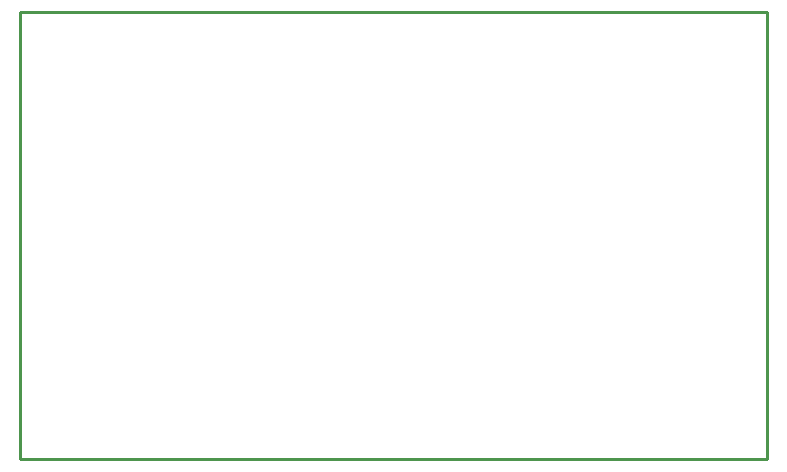
<source format=gbr>
G04 EAGLE Gerber RS-274X export*
G75*
%MOMM*%
%FSLAX34Y34*%
%LPD*%
%IN*%
%IPPOS*%
%AMOC8*
5,1,8,0,0,1.08239X$1,22.5*%
G01*
%ADD10C,0.254000*%


D10*
X0Y0D02*
X632460Y0D01*
X632460Y378460D01*
X0Y378460D01*
X0Y0D01*
M02*

</source>
